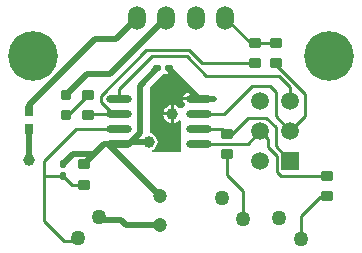
<source format=gtl>
G04 Layer_Physical_Order=1*
G04 Layer_Color=255*
%FSLAX43Y43*%
%MOMM*%
G71*
G01*
G75*
%ADD10R,0.700X0.850*%
%ADD11O,2.200X0.600*%
G04:AMPARAMS|DCode=12|XSize=1mm|YSize=0.9mm|CornerRadius=0.113mm|HoleSize=0mm|Usage=FLASHONLY|Rotation=0.000|XOffset=0mm|YOffset=0mm|HoleType=Round|Shape=RoundedRectangle|*
%AMROUNDEDRECTD12*
21,1,1.000,0.675,0,0,0.0*
21,1,0.775,0.900,0,0,0.0*
1,1,0.225,0.388,-0.338*
1,1,0.225,-0.388,-0.338*
1,1,0.225,-0.388,0.338*
1,1,0.225,0.388,0.338*
%
%ADD12ROUNDEDRECTD12*%
G04:AMPARAMS|DCode=13|XSize=0.8mm|YSize=0.8mm|CornerRadius=0.1mm|HoleSize=0mm|Usage=FLASHONLY|Rotation=90.000|XOffset=0mm|YOffset=0mm|HoleType=Round|Shape=RoundedRectangle|*
%AMROUNDEDRECTD13*
21,1,0.800,0.600,0,0,90.0*
21,1,0.600,0.800,0,0,90.0*
1,1,0.200,0.300,0.300*
1,1,0.200,0.300,-0.300*
1,1,0.200,-0.300,-0.300*
1,1,0.200,-0.300,0.300*
%
%ADD13ROUNDEDRECTD13*%
G04:AMPARAMS|DCode=14|XSize=0.5mm|YSize=0.6mm|CornerRadius=0.05mm|HoleSize=0mm|Usage=FLASHONLY|Rotation=180.000|XOffset=0mm|YOffset=0mm|HoleType=Round|Shape=RoundedRectangle|*
%AMROUNDEDRECTD14*
21,1,0.500,0.500,0,0,180.0*
21,1,0.400,0.600,0,0,180.0*
1,1,0.100,-0.200,0.250*
1,1,0.100,0.200,0.250*
1,1,0.100,0.200,-0.250*
1,1,0.100,-0.200,-0.250*
%
%ADD14ROUNDEDRECTD14*%
G04:AMPARAMS|DCode=15|XSize=0.5mm|YSize=0.6mm|CornerRadius=0.05mm|HoleSize=0mm|Usage=FLASHONLY|Rotation=90.000|XOffset=0mm|YOffset=0mm|HoleType=Round|Shape=RoundedRectangle|*
%AMROUNDEDRECTD15*
21,1,0.500,0.500,0,0,90.0*
21,1,0.400,0.600,0,0,90.0*
1,1,0.100,0.250,0.200*
1,1,0.100,0.250,-0.200*
1,1,0.100,-0.250,-0.200*
1,1,0.100,-0.250,0.200*
%
%ADD15ROUNDEDRECTD15*%
%ADD16C,0.250*%
%ADD17C,0.500*%
%ADD18C,1.270*%
%ADD19C,4.200*%
%ADD20O,1.500X2.000*%
%ADD21R,1.500X1.500*%
%ADD22C,1.500*%
%ADD23C,1.200*%
%ADD24C,1.000*%
G36*
X14127Y15990D02*
X14250D01*
X14369Y16014D01*
X14469Y16081D01*
X14677Y16073D01*
X15875Y14875D01*
Y14470D01*
X15725D01*
X15509Y14427D01*
X15326Y14304D01*
X15203Y14121D01*
X15185Y14032D01*
X16525D01*
Y13778D01*
X15185D01*
X15203Y13689D01*
X15326Y13506D01*
X15338Y13379D01*
X15054Y13096D01*
X14843Y13091D01*
X14788Y13163D01*
X14630Y13284D01*
X14447Y13360D01*
X14377Y13369D01*
Y12625D01*
Y11881D01*
X14447Y11890D01*
X14630Y11966D01*
X14788Y12087D01*
X14822Y12132D01*
X15000Y12072D01*
Y9375D01*
X12562Y9375D01*
X12527Y9553D01*
X12628Y9595D01*
X12785Y9715D01*
X12905Y9872D01*
X12981Y10054D01*
X13006Y10250D01*
X12981Y10446D01*
X12905Y10628D01*
X12785Y10785D01*
X12628Y10905D01*
X12446Y10981D01*
X12375Y10990D01*
Y11375D01*
X12375Y14875D01*
X13500Y16000D01*
X13700D01*
X13750Y15990D01*
X13873D01*
Y16500D01*
X14127D01*
Y15990D01*
D02*
G37*
%LPC*%
G36*
X14123Y12498D02*
X13506D01*
X13515Y12428D01*
X13591Y12245D01*
X13712Y12087D01*
X13870Y11966D01*
X14053Y11890D01*
X14123Y11881D01*
Y12498D01*
D02*
G37*
G36*
Y13369D02*
X14053Y13360D01*
X13870Y13284D01*
X13712Y13163D01*
X13591Y13005D01*
X13515Y12822D01*
X13506Y12752D01*
X14123D01*
Y13369D01*
D02*
G37*
%LPD*%
D10*
X2125Y12900D02*
D03*
Y11350D02*
D03*
D11*
X9725Y13905D02*
D03*
Y12635D02*
D03*
Y11365D02*
D03*
Y10095D02*
D03*
X16525Y13905D02*
D03*
Y12635D02*
D03*
Y11365D02*
D03*
Y10095D02*
D03*
D12*
X6750Y8350D02*
D03*
Y6650D02*
D03*
X18875Y9245D02*
D03*
Y10945D02*
D03*
X27375Y5650D02*
D03*
Y7350D02*
D03*
X7125Y12525D02*
D03*
Y14225D02*
D03*
X23000Y16900D02*
D03*
Y18600D02*
D03*
X21250Y16900D02*
D03*
Y18600D02*
D03*
D13*
X5250Y14225D02*
D03*
Y12525D02*
D03*
D14*
X5000Y8375D02*
D03*
Y7375D02*
D03*
D15*
X14000Y16500D02*
D03*
X13000D02*
D03*
D16*
X12065Y18000D02*
X15707D01*
X16807Y16900D02*
X21250D01*
X15707Y18000D02*
X16807Y16900D01*
X17125Y15875D02*
X23250D01*
X15500Y17500D02*
X17125Y15875D01*
X12500Y17500D02*
X15500D01*
X8250Y13625D02*
Y14185D01*
X12065Y18000D01*
X8250Y13625D02*
X9240Y12635D01*
X9725Y14725D02*
X12500Y17500D01*
X5425Y12525D02*
X7125Y14225D01*
X5250Y12525D02*
X5425D01*
X20642Y12290D02*
X22210D01*
X19297Y10945D02*
X20642Y12290D01*
X22210D02*
X23000Y11500D01*
Y9875D02*
Y11500D01*
Y9875D02*
X24250Y8625D01*
X23000Y12415D02*
Y14500D01*
Y12415D02*
X24250Y11165D01*
X22500Y15000D02*
X23000Y14500D01*
X20971Y15000D02*
X22500D01*
X18606Y12635D02*
X20971Y15000D01*
X9725Y13905D02*
Y14725D01*
X22966Y16866D02*
X25500Y14332D01*
Y12415D02*
Y14332D01*
X24250Y11165D02*
X25500Y12415D01*
X21710Y11165D02*
X22335Y10540D01*
Y9833D02*
Y10540D01*
Y9833D02*
X23125Y9043D01*
Y7720D02*
Y9043D01*
X20640Y10095D02*
X21710Y11165D01*
X16525Y10095D02*
X20640D01*
X18875Y10945D02*
X19297D01*
X18455Y11365D02*
X18875Y10945D01*
X16525Y11365D02*
X18455D01*
X24250Y13705D02*
Y14875D01*
X7390Y12635D02*
X9240D01*
X9725D01*
X7125Y12900D02*
X7390Y12635D01*
X16525D02*
X18606D01*
X5102Y1852D02*
X6510D01*
X18875Y7500D02*
Y9245D01*
Y7500D02*
X20250Y6125D01*
Y3750D02*
Y6125D01*
X25125Y2000D02*
Y4000D01*
X26750Y5625D01*
X27375D01*
X18750Y20750D02*
X20900Y18600D01*
X21250D01*
X23000D01*
X23495Y7350D02*
X27375D01*
X3400Y3554D02*
X5102Y1852D01*
X5725Y6650D02*
X6750D01*
X5000Y7375D02*
X5725Y6650D01*
X3400Y7375D02*
X5000D01*
X3400Y7375D02*
X3400Y7375D01*
X3400Y3554D02*
Y7375D01*
X23250Y15875D02*
X24250Y14875D01*
X23125Y7720D02*
X23495Y7350D01*
X3400Y7375D02*
Y8650D01*
X6115Y11365D01*
X9725D01*
D17*
X10357Y3215D02*
X13208D01*
X9924Y3648D02*
X10357Y3215D01*
X2125Y8750D02*
Y11350D01*
X8837Y10087D02*
X13208Y5715D01*
X10750Y10250D02*
X11500Y11000D01*
X10595Y10095D02*
X10750Y10250D01*
X12250D01*
X9000Y16000D02*
X13750Y20750D01*
X11500Y11000D02*
Y15000D01*
X13000Y16500D01*
X16525Y13905D02*
X17780D01*
X8495Y10095D02*
X9725D01*
X6750Y8350D02*
X8495Y10095D01*
X5250Y14225D02*
X7025Y16000D01*
X9000D01*
X9725Y10095D02*
X10595D01*
X14000Y16430D02*
Y16500D01*
Y16430D02*
X16525Y13905D01*
X2100Y12875D02*
Y13350D01*
X21710Y8625D02*
X21750Y8585D01*
X9500Y19000D02*
X11250Y20750D01*
X7750Y19000D02*
X9500D01*
X2100Y13350D02*
X7750Y19000D01*
X15864Y13905D02*
X16525D01*
X8306Y3648D02*
X9924D01*
X5823Y9198D02*
X7598D01*
X5000Y8375D02*
X5823Y9198D01*
D18*
X20250Y3750D02*
D03*
X18454Y5546D02*
D03*
X25125Y2000D02*
D03*
X23329Y3796D02*
D03*
X8056Y3898D02*
D03*
X6260Y2102D02*
D03*
D19*
X27500Y17500D02*
D03*
X2500D02*
D03*
D20*
X11250Y20750D02*
D03*
X13750D02*
D03*
X16250D02*
D03*
X18750D02*
D03*
D21*
X24250Y8625D02*
D03*
D22*
X21710D02*
D03*
X24250Y11165D02*
D03*
X21710D02*
D03*
X24250Y13705D02*
D03*
X21710D02*
D03*
D23*
X13208Y5715D02*
D03*
Y3215D02*
D03*
D24*
X14250Y12625D02*
D03*
X2125Y8750D02*
D03*
X12250Y10250D02*
D03*
M02*

</source>
